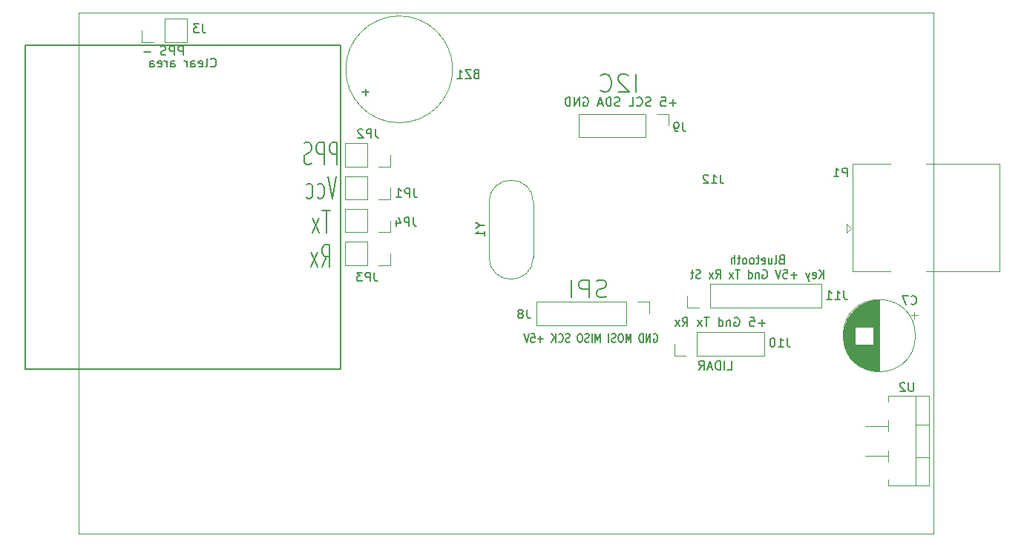
<source format=gbr>
G04 #@! TF.GenerationSoftware,KiCad,Pcbnew,5.1.5*
G04 #@! TF.CreationDate,2020-01-17T21:00:46+03:00*
G04 #@! TF.ProjectId,chrono,6368726f-6e6f-42e6-9b69-6361645f7063,rev?*
G04 #@! TF.SameCoordinates,Original*
G04 #@! TF.FileFunction,Legend,Bot*
G04 #@! TF.FilePolarity,Positive*
%FSLAX46Y46*%
G04 Gerber Fmt 4.6, Leading zero omitted, Abs format (unit mm)*
G04 Created by KiCad (PCBNEW 5.1.5) date 2020-01-17 21:00:46*
%MOMM*%
%LPD*%
G04 APERTURE LIST*
%ADD10C,0.150000*%
%ADD11C,0.050000*%
%ADD12C,0.120000*%
G04 APERTURE END LIST*
D10*
X103973142Y-114752380D02*
X104449333Y-114752380D01*
X104449333Y-113752380D01*
X103639809Y-114752380D02*
X103639809Y-113752380D01*
X103163619Y-114752380D02*
X103163619Y-113752380D01*
X102925523Y-113752380D01*
X102782666Y-113800000D01*
X102687428Y-113895238D01*
X102639809Y-113990476D01*
X102592190Y-114180952D01*
X102592190Y-114323809D01*
X102639809Y-114514285D01*
X102687428Y-114609523D01*
X102782666Y-114704761D01*
X102925523Y-114752380D01*
X103163619Y-114752380D01*
X102211238Y-114466666D02*
X101735047Y-114466666D01*
X102306476Y-114752380D02*
X101973142Y-113752380D01*
X101639809Y-114752380D01*
X100735047Y-114752380D02*
X101068380Y-114276190D01*
X101306476Y-114752380D02*
X101306476Y-113752380D01*
X100925523Y-113752380D01*
X100830285Y-113800000D01*
X100782666Y-113847619D01*
X100735047Y-113942857D01*
X100735047Y-114085714D01*
X100782666Y-114180952D01*
X100830285Y-114228571D01*
X100925523Y-114276190D01*
X101306476Y-114276190D01*
X108282738Y-109418428D02*
X107520833Y-109418428D01*
X107901785Y-109799380D02*
X107901785Y-109037476D01*
X106568452Y-108799380D02*
X107044642Y-108799380D01*
X107092261Y-109275571D01*
X107044642Y-109227952D01*
X106949404Y-109180333D01*
X106711309Y-109180333D01*
X106616071Y-109227952D01*
X106568452Y-109275571D01*
X106520833Y-109370809D01*
X106520833Y-109608904D01*
X106568452Y-109704142D01*
X106616071Y-109751761D01*
X106711309Y-109799380D01*
X106949404Y-109799380D01*
X107044642Y-109751761D01*
X107092261Y-109704142D01*
X104806547Y-108847000D02*
X104901785Y-108799380D01*
X105044642Y-108799380D01*
X105187500Y-108847000D01*
X105282738Y-108942238D01*
X105330357Y-109037476D01*
X105377976Y-109227952D01*
X105377976Y-109370809D01*
X105330357Y-109561285D01*
X105282738Y-109656523D01*
X105187500Y-109751761D01*
X105044642Y-109799380D01*
X104949404Y-109799380D01*
X104806547Y-109751761D01*
X104758928Y-109704142D01*
X104758928Y-109370809D01*
X104949404Y-109370809D01*
X104330357Y-109132714D02*
X104330357Y-109799380D01*
X104330357Y-109227952D02*
X104282738Y-109180333D01*
X104187500Y-109132714D01*
X104044642Y-109132714D01*
X103949404Y-109180333D01*
X103901785Y-109275571D01*
X103901785Y-109799380D01*
X102997023Y-109799380D02*
X102997023Y-108799380D01*
X102997023Y-109751761D02*
X103092261Y-109799380D01*
X103282738Y-109799380D01*
X103377976Y-109751761D01*
X103425595Y-109704142D01*
X103473214Y-109608904D01*
X103473214Y-109323190D01*
X103425595Y-109227952D01*
X103377976Y-109180333D01*
X103282738Y-109132714D01*
X103092261Y-109132714D01*
X102997023Y-109180333D01*
X101901785Y-108799380D02*
X101330357Y-108799380D01*
X101616071Y-109799380D02*
X101616071Y-108799380D01*
X101092261Y-109799380D02*
X100568452Y-109132714D01*
X101092261Y-109132714D02*
X100568452Y-109799380D01*
X98854166Y-109799380D02*
X99187500Y-109323190D01*
X99425595Y-109799380D02*
X99425595Y-108799380D01*
X99044642Y-108799380D01*
X98949404Y-108847000D01*
X98901785Y-108894619D01*
X98854166Y-108989857D01*
X98854166Y-109132714D01*
X98901785Y-109227952D01*
X98949404Y-109275571D01*
X99044642Y-109323190D01*
X99425595Y-109323190D01*
X98520833Y-109799380D02*
X97997023Y-109132714D01*
X98520833Y-109132714D02*
X97997023Y-109799380D01*
X59451642Y-91292952D02*
X59451642Y-88792952D01*
X58880214Y-88792952D01*
X58737357Y-88912000D01*
X58665928Y-89031047D01*
X58594500Y-89269142D01*
X58594500Y-89626285D01*
X58665928Y-89864380D01*
X58737357Y-89983428D01*
X58880214Y-90102476D01*
X59451642Y-90102476D01*
X57951642Y-91292952D02*
X57951642Y-88792952D01*
X57380214Y-88792952D01*
X57237357Y-88912000D01*
X57165928Y-89031047D01*
X57094500Y-89269142D01*
X57094500Y-89626285D01*
X57165928Y-89864380D01*
X57237357Y-89983428D01*
X57380214Y-90102476D01*
X57951642Y-90102476D01*
X56523071Y-91173904D02*
X56308785Y-91292952D01*
X55951642Y-91292952D01*
X55808785Y-91173904D01*
X55737357Y-91054857D01*
X55665928Y-90816761D01*
X55665928Y-90578666D01*
X55737357Y-90340571D01*
X55808785Y-90221523D01*
X55951642Y-90102476D01*
X56237357Y-89983428D01*
X56380214Y-89864380D01*
X56451642Y-89745333D01*
X56523071Y-89507238D01*
X56523071Y-89269142D01*
X56451642Y-89031047D01*
X56380214Y-88912000D01*
X56237357Y-88792952D01*
X55880214Y-88792952D01*
X55665928Y-88912000D01*
X59380214Y-92692952D02*
X58880214Y-95192952D01*
X58380214Y-92692952D01*
X57237357Y-95073904D02*
X57380214Y-95192952D01*
X57665928Y-95192952D01*
X57808785Y-95073904D01*
X57880214Y-94954857D01*
X57951642Y-94716761D01*
X57951642Y-94002476D01*
X57880214Y-93764380D01*
X57808785Y-93645333D01*
X57665928Y-93526285D01*
X57380214Y-93526285D01*
X57237357Y-93645333D01*
X55951642Y-95073904D02*
X56094500Y-95192952D01*
X56380214Y-95192952D01*
X56523071Y-95073904D01*
X56594500Y-94954857D01*
X56665928Y-94716761D01*
X56665928Y-94002476D01*
X56594500Y-93764380D01*
X56523071Y-93645333D01*
X56380214Y-93526285D01*
X56094500Y-93526285D01*
X55951642Y-93645333D01*
X58630214Y-96592952D02*
X57773071Y-96592952D01*
X58201642Y-99092952D02*
X58201642Y-96592952D01*
X57415928Y-99092952D02*
X56630214Y-97426285D01*
X57415928Y-97426285D02*
X56630214Y-99092952D01*
X57737357Y-102992952D02*
X58237357Y-101802476D01*
X58594500Y-102992952D02*
X58594500Y-100492952D01*
X58023071Y-100492952D01*
X57880214Y-100612000D01*
X57808785Y-100731047D01*
X57737357Y-100969142D01*
X57737357Y-101326285D01*
X57808785Y-101564380D01*
X57880214Y-101683428D01*
X58023071Y-101802476D01*
X58594500Y-101802476D01*
X57237357Y-102992952D02*
X56451642Y-101326285D01*
X57237357Y-101326285D02*
X56451642Y-102992952D01*
X110142000Y-102164071D02*
X110013428Y-102211690D01*
X109970571Y-102259309D01*
X109927714Y-102354547D01*
X109927714Y-102497404D01*
X109970571Y-102592642D01*
X110013428Y-102640261D01*
X110099142Y-102687880D01*
X110442000Y-102687880D01*
X110442000Y-101687880D01*
X110142000Y-101687880D01*
X110056285Y-101735500D01*
X110013428Y-101783119D01*
X109970571Y-101878357D01*
X109970571Y-101973595D01*
X110013428Y-102068833D01*
X110056285Y-102116452D01*
X110142000Y-102164071D01*
X110442000Y-102164071D01*
X109413428Y-102687880D02*
X109499142Y-102640261D01*
X109542000Y-102545023D01*
X109542000Y-101687880D01*
X108684857Y-102021214D02*
X108684857Y-102687880D01*
X109070571Y-102021214D02*
X109070571Y-102545023D01*
X109027714Y-102640261D01*
X108942000Y-102687880D01*
X108813428Y-102687880D01*
X108727714Y-102640261D01*
X108684857Y-102592642D01*
X107913428Y-102640261D02*
X107999142Y-102687880D01*
X108170571Y-102687880D01*
X108256285Y-102640261D01*
X108299142Y-102545023D01*
X108299142Y-102164071D01*
X108256285Y-102068833D01*
X108170571Y-102021214D01*
X107999142Y-102021214D01*
X107913428Y-102068833D01*
X107870571Y-102164071D01*
X107870571Y-102259309D01*
X108299142Y-102354547D01*
X107613428Y-102021214D02*
X107270571Y-102021214D01*
X107484857Y-101687880D02*
X107484857Y-102545023D01*
X107442000Y-102640261D01*
X107356285Y-102687880D01*
X107270571Y-102687880D01*
X106842000Y-102687880D02*
X106927714Y-102640261D01*
X106970571Y-102592642D01*
X107013428Y-102497404D01*
X107013428Y-102211690D01*
X106970571Y-102116452D01*
X106927714Y-102068833D01*
X106842000Y-102021214D01*
X106713428Y-102021214D01*
X106627714Y-102068833D01*
X106584857Y-102116452D01*
X106542000Y-102211690D01*
X106542000Y-102497404D01*
X106584857Y-102592642D01*
X106627714Y-102640261D01*
X106713428Y-102687880D01*
X106842000Y-102687880D01*
X106027714Y-102687880D02*
X106113428Y-102640261D01*
X106156285Y-102592642D01*
X106199142Y-102497404D01*
X106199142Y-102211690D01*
X106156285Y-102116452D01*
X106113428Y-102068833D01*
X106027714Y-102021214D01*
X105899142Y-102021214D01*
X105813428Y-102068833D01*
X105770571Y-102116452D01*
X105727714Y-102211690D01*
X105727714Y-102497404D01*
X105770571Y-102592642D01*
X105813428Y-102640261D01*
X105899142Y-102687880D01*
X106027714Y-102687880D01*
X105470571Y-102021214D02*
X105127714Y-102021214D01*
X105342000Y-101687880D02*
X105342000Y-102545023D01*
X105299142Y-102640261D01*
X105213428Y-102687880D01*
X105127714Y-102687880D01*
X104827714Y-102687880D02*
X104827714Y-101687880D01*
X104442000Y-102687880D02*
X104442000Y-102164071D01*
X104484857Y-102068833D01*
X104570571Y-102021214D01*
X104699142Y-102021214D01*
X104784857Y-102068833D01*
X104827714Y-102116452D01*
X114963428Y-104337880D02*
X114963428Y-103337880D01*
X114449142Y-104337880D02*
X114834857Y-103766452D01*
X114449142Y-103337880D02*
X114963428Y-103909309D01*
X113720571Y-104290261D02*
X113806285Y-104337880D01*
X113977714Y-104337880D01*
X114063428Y-104290261D01*
X114106285Y-104195023D01*
X114106285Y-103814071D01*
X114063428Y-103718833D01*
X113977714Y-103671214D01*
X113806285Y-103671214D01*
X113720571Y-103718833D01*
X113677714Y-103814071D01*
X113677714Y-103909309D01*
X114106285Y-104004547D01*
X113377714Y-103671214D02*
X113163428Y-104337880D01*
X112949142Y-103671214D02*
X113163428Y-104337880D01*
X113249142Y-104575976D01*
X113292000Y-104623595D01*
X113377714Y-104671214D01*
X111920571Y-103956928D02*
X111234857Y-103956928D01*
X111577714Y-104337880D02*
X111577714Y-103575976D01*
X110377714Y-103337880D02*
X110806285Y-103337880D01*
X110849142Y-103814071D01*
X110806285Y-103766452D01*
X110720571Y-103718833D01*
X110506285Y-103718833D01*
X110420571Y-103766452D01*
X110377714Y-103814071D01*
X110334857Y-103909309D01*
X110334857Y-104147404D01*
X110377714Y-104242642D01*
X110420571Y-104290261D01*
X110506285Y-104337880D01*
X110720571Y-104337880D01*
X110806285Y-104290261D01*
X110849142Y-104242642D01*
X110077714Y-103337880D02*
X109777714Y-104337880D01*
X109477714Y-103337880D01*
X108020571Y-103385500D02*
X108106285Y-103337880D01*
X108234857Y-103337880D01*
X108363428Y-103385500D01*
X108449142Y-103480738D01*
X108492000Y-103575976D01*
X108534857Y-103766452D01*
X108534857Y-103909309D01*
X108492000Y-104099785D01*
X108449142Y-104195023D01*
X108363428Y-104290261D01*
X108234857Y-104337880D01*
X108149142Y-104337880D01*
X108020571Y-104290261D01*
X107977714Y-104242642D01*
X107977714Y-103909309D01*
X108149142Y-103909309D01*
X107592000Y-103671214D02*
X107592000Y-104337880D01*
X107592000Y-103766452D02*
X107549142Y-103718833D01*
X107463428Y-103671214D01*
X107334857Y-103671214D01*
X107249142Y-103718833D01*
X107206285Y-103814071D01*
X107206285Y-104337880D01*
X106392000Y-104337880D02*
X106392000Y-103337880D01*
X106392000Y-104290261D02*
X106477714Y-104337880D01*
X106649142Y-104337880D01*
X106734857Y-104290261D01*
X106777714Y-104242642D01*
X106820571Y-104147404D01*
X106820571Y-103861690D01*
X106777714Y-103766452D01*
X106734857Y-103718833D01*
X106649142Y-103671214D01*
X106477714Y-103671214D01*
X106392000Y-103718833D01*
X105406285Y-103337880D02*
X104892000Y-103337880D01*
X105149142Y-104337880D02*
X105149142Y-103337880D01*
X104677714Y-104337880D02*
X104206285Y-103671214D01*
X104677714Y-103671214D02*
X104206285Y-104337880D01*
X102663428Y-104337880D02*
X102963428Y-103861690D01*
X103177714Y-104337880D02*
X103177714Y-103337880D01*
X102834857Y-103337880D01*
X102749142Y-103385500D01*
X102706285Y-103433119D01*
X102663428Y-103528357D01*
X102663428Y-103671214D01*
X102706285Y-103766452D01*
X102749142Y-103814071D01*
X102834857Y-103861690D01*
X103177714Y-103861690D01*
X102363428Y-104337880D02*
X101892000Y-103671214D01*
X102363428Y-103671214D02*
X101892000Y-104337880D01*
X100906285Y-104290261D02*
X100777714Y-104337880D01*
X100563428Y-104337880D01*
X100477714Y-104290261D01*
X100434857Y-104242642D01*
X100392000Y-104147404D01*
X100392000Y-104052166D01*
X100434857Y-103956928D01*
X100477714Y-103909309D01*
X100563428Y-103861690D01*
X100734857Y-103814071D01*
X100820571Y-103766452D01*
X100863428Y-103718833D01*
X100906285Y-103623595D01*
X100906285Y-103528357D01*
X100863428Y-103433119D01*
X100820571Y-103385500D01*
X100734857Y-103337880D01*
X100520571Y-103337880D01*
X100392000Y-103385500D01*
X100134857Y-103671214D02*
X99792000Y-103671214D01*
X100006285Y-103337880D02*
X100006285Y-104195023D01*
X99963428Y-104290261D01*
X99877714Y-104337880D01*
X99792000Y-104337880D01*
X41862095Y-78811380D02*
X41862095Y-77811380D01*
X41481142Y-77811380D01*
X41385904Y-77859000D01*
X41338285Y-77906619D01*
X41290666Y-78001857D01*
X41290666Y-78144714D01*
X41338285Y-78239952D01*
X41385904Y-78287571D01*
X41481142Y-78335190D01*
X41862095Y-78335190D01*
X40862095Y-78811380D02*
X40862095Y-77811380D01*
X40481142Y-77811380D01*
X40385904Y-77859000D01*
X40338285Y-77906619D01*
X40290666Y-78001857D01*
X40290666Y-78144714D01*
X40338285Y-78239952D01*
X40385904Y-78287571D01*
X40481142Y-78335190D01*
X40862095Y-78335190D01*
X39909714Y-78763761D02*
X39766857Y-78811380D01*
X39528761Y-78811380D01*
X39433523Y-78763761D01*
X39385904Y-78716142D01*
X39338285Y-78620904D01*
X39338285Y-78525666D01*
X39385904Y-78430428D01*
X39433523Y-78382809D01*
X39528761Y-78335190D01*
X39719238Y-78287571D01*
X39814476Y-78239952D01*
X39862095Y-78192333D01*
X39909714Y-78097095D01*
X39909714Y-78001857D01*
X39862095Y-77906619D01*
X39814476Y-77859000D01*
X39719238Y-77811380D01*
X39481142Y-77811380D01*
X39338285Y-77859000D01*
X38147809Y-78430428D02*
X37385904Y-78430428D01*
D11*
X30000000Y-74000000D02*
X30000000Y-133500000D01*
X127500000Y-133500000D02*
X30000000Y-133500000D01*
X127500000Y-74000000D02*
X127500000Y-133500000D01*
X30000000Y-74000000D02*
X127500000Y-74000000D01*
D10*
X98130523Y-84272428D02*
X97368619Y-84272428D01*
X97749571Y-84653380D02*
X97749571Y-83891476D01*
X96416238Y-83653380D02*
X96892428Y-83653380D01*
X96940047Y-84129571D01*
X96892428Y-84081952D01*
X96797190Y-84034333D01*
X96559095Y-84034333D01*
X96463857Y-84081952D01*
X96416238Y-84129571D01*
X96368619Y-84224809D01*
X96368619Y-84462904D01*
X96416238Y-84558142D01*
X96463857Y-84605761D01*
X96559095Y-84653380D01*
X96797190Y-84653380D01*
X96892428Y-84605761D01*
X96940047Y-84558142D01*
X95225761Y-84605761D02*
X95082904Y-84653380D01*
X94844809Y-84653380D01*
X94749571Y-84605761D01*
X94701952Y-84558142D01*
X94654333Y-84462904D01*
X94654333Y-84367666D01*
X94701952Y-84272428D01*
X94749571Y-84224809D01*
X94844809Y-84177190D01*
X95035285Y-84129571D01*
X95130523Y-84081952D01*
X95178142Y-84034333D01*
X95225761Y-83939095D01*
X95225761Y-83843857D01*
X95178142Y-83748619D01*
X95130523Y-83701000D01*
X95035285Y-83653380D01*
X94797190Y-83653380D01*
X94654333Y-83701000D01*
X93654333Y-84558142D02*
X93701952Y-84605761D01*
X93844809Y-84653380D01*
X93940047Y-84653380D01*
X94082904Y-84605761D01*
X94178142Y-84510523D01*
X94225761Y-84415285D01*
X94273380Y-84224809D01*
X94273380Y-84081952D01*
X94225761Y-83891476D01*
X94178142Y-83796238D01*
X94082904Y-83701000D01*
X93940047Y-83653380D01*
X93844809Y-83653380D01*
X93701952Y-83701000D01*
X93654333Y-83748619D01*
X92749571Y-84653380D02*
X93225761Y-84653380D01*
X93225761Y-83653380D01*
X91701952Y-84605761D02*
X91559095Y-84653380D01*
X91321000Y-84653380D01*
X91225761Y-84605761D01*
X91178142Y-84558142D01*
X91130523Y-84462904D01*
X91130523Y-84367666D01*
X91178142Y-84272428D01*
X91225761Y-84224809D01*
X91321000Y-84177190D01*
X91511476Y-84129571D01*
X91606714Y-84081952D01*
X91654333Y-84034333D01*
X91701952Y-83939095D01*
X91701952Y-83843857D01*
X91654333Y-83748619D01*
X91606714Y-83701000D01*
X91511476Y-83653380D01*
X91273380Y-83653380D01*
X91130523Y-83701000D01*
X90701952Y-84653380D02*
X90701952Y-83653380D01*
X90463857Y-83653380D01*
X90321000Y-83701000D01*
X90225761Y-83796238D01*
X90178142Y-83891476D01*
X90130523Y-84081952D01*
X90130523Y-84224809D01*
X90178142Y-84415285D01*
X90225761Y-84510523D01*
X90321000Y-84605761D01*
X90463857Y-84653380D01*
X90701952Y-84653380D01*
X89749571Y-84367666D02*
X89273380Y-84367666D01*
X89844809Y-84653380D02*
X89511476Y-83653380D01*
X89178142Y-84653380D01*
X87559095Y-83701000D02*
X87654333Y-83653380D01*
X87797190Y-83653380D01*
X87940047Y-83701000D01*
X88035285Y-83796238D01*
X88082904Y-83891476D01*
X88130523Y-84081952D01*
X88130523Y-84224809D01*
X88082904Y-84415285D01*
X88035285Y-84510523D01*
X87940047Y-84605761D01*
X87797190Y-84653380D01*
X87701952Y-84653380D01*
X87559095Y-84605761D01*
X87511476Y-84558142D01*
X87511476Y-84224809D01*
X87701952Y-84224809D01*
X87082904Y-84653380D02*
X87082904Y-83653380D01*
X86511476Y-84653380D01*
X86511476Y-83653380D01*
X86035285Y-84653380D02*
X86035285Y-83653380D01*
X85797190Y-83653380D01*
X85654333Y-83701000D01*
X85559095Y-83796238D01*
X85511476Y-83891476D01*
X85463857Y-84081952D01*
X85463857Y-84224809D01*
X85511476Y-84415285D01*
X85559095Y-84510523D01*
X85654333Y-84605761D01*
X85797190Y-84653380D01*
X86035285Y-84653380D01*
X95579309Y-110688500D02*
X95655500Y-110640880D01*
X95769785Y-110640880D01*
X95884071Y-110688500D01*
X95960261Y-110783738D01*
X95998357Y-110878976D01*
X96036452Y-111069452D01*
X96036452Y-111212309D01*
X95998357Y-111402785D01*
X95960261Y-111498023D01*
X95884071Y-111593261D01*
X95769785Y-111640880D01*
X95693595Y-111640880D01*
X95579309Y-111593261D01*
X95541214Y-111545642D01*
X95541214Y-111212309D01*
X95693595Y-111212309D01*
X95198357Y-111640880D02*
X95198357Y-110640880D01*
X94741214Y-111640880D01*
X94741214Y-110640880D01*
X94360261Y-111640880D02*
X94360261Y-110640880D01*
X94169785Y-110640880D01*
X94055500Y-110688500D01*
X93979309Y-110783738D01*
X93941214Y-110878976D01*
X93903119Y-111069452D01*
X93903119Y-111212309D01*
X93941214Y-111402785D01*
X93979309Y-111498023D01*
X94055500Y-111593261D01*
X94169785Y-111640880D01*
X94360261Y-111640880D01*
X92950738Y-111640880D02*
X92950738Y-110640880D01*
X92684071Y-111355166D01*
X92417404Y-110640880D01*
X92417404Y-111640880D01*
X91884071Y-110640880D02*
X91731690Y-110640880D01*
X91655500Y-110688500D01*
X91579309Y-110783738D01*
X91541214Y-110974214D01*
X91541214Y-111307547D01*
X91579309Y-111498023D01*
X91655500Y-111593261D01*
X91731690Y-111640880D01*
X91884071Y-111640880D01*
X91960261Y-111593261D01*
X92036452Y-111498023D01*
X92074547Y-111307547D01*
X92074547Y-110974214D01*
X92036452Y-110783738D01*
X91960261Y-110688500D01*
X91884071Y-110640880D01*
X91236452Y-111593261D02*
X91122166Y-111640880D01*
X90931690Y-111640880D01*
X90855500Y-111593261D01*
X90817404Y-111545642D01*
X90779309Y-111450404D01*
X90779309Y-111355166D01*
X90817404Y-111259928D01*
X90855500Y-111212309D01*
X90931690Y-111164690D01*
X91084071Y-111117071D01*
X91160261Y-111069452D01*
X91198357Y-111021833D01*
X91236452Y-110926595D01*
X91236452Y-110831357D01*
X91198357Y-110736119D01*
X91160261Y-110688500D01*
X91084071Y-110640880D01*
X90893595Y-110640880D01*
X90779309Y-110688500D01*
X90436452Y-111640880D02*
X90436452Y-110640880D01*
X89445976Y-111640880D02*
X89445976Y-110640880D01*
X89179309Y-111355166D01*
X88912642Y-110640880D01*
X88912642Y-111640880D01*
X88531690Y-111640880D02*
X88531690Y-110640880D01*
X88188833Y-111593261D02*
X88074547Y-111640880D01*
X87884071Y-111640880D01*
X87807880Y-111593261D01*
X87769785Y-111545642D01*
X87731690Y-111450404D01*
X87731690Y-111355166D01*
X87769785Y-111259928D01*
X87807880Y-111212309D01*
X87884071Y-111164690D01*
X88036452Y-111117071D01*
X88112642Y-111069452D01*
X88150738Y-111021833D01*
X88188833Y-110926595D01*
X88188833Y-110831357D01*
X88150738Y-110736119D01*
X88112642Y-110688500D01*
X88036452Y-110640880D01*
X87845976Y-110640880D01*
X87731690Y-110688500D01*
X87236452Y-110640880D02*
X87084071Y-110640880D01*
X87007880Y-110688500D01*
X86931690Y-110783738D01*
X86893595Y-110974214D01*
X86893595Y-111307547D01*
X86931690Y-111498023D01*
X87007880Y-111593261D01*
X87084071Y-111640880D01*
X87236452Y-111640880D01*
X87312642Y-111593261D01*
X87388833Y-111498023D01*
X87426928Y-111307547D01*
X87426928Y-110974214D01*
X87388833Y-110783738D01*
X87312642Y-110688500D01*
X87236452Y-110640880D01*
X85979309Y-111593261D02*
X85865023Y-111640880D01*
X85674547Y-111640880D01*
X85598357Y-111593261D01*
X85560261Y-111545642D01*
X85522166Y-111450404D01*
X85522166Y-111355166D01*
X85560261Y-111259928D01*
X85598357Y-111212309D01*
X85674547Y-111164690D01*
X85826928Y-111117071D01*
X85903119Y-111069452D01*
X85941214Y-111021833D01*
X85979309Y-110926595D01*
X85979309Y-110831357D01*
X85941214Y-110736119D01*
X85903119Y-110688500D01*
X85826928Y-110640880D01*
X85636452Y-110640880D01*
X85522166Y-110688500D01*
X84722166Y-111545642D02*
X84760261Y-111593261D01*
X84874547Y-111640880D01*
X84950738Y-111640880D01*
X85065023Y-111593261D01*
X85141214Y-111498023D01*
X85179309Y-111402785D01*
X85217404Y-111212309D01*
X85217404Y-111069452D01*
X85179309Y-110878976D01*
X85141214Y-110783738D01*
X85065023Y-110688500D01*
X84950738Y-110640880D01*
X84874547Y-110640880D01*
X84760261Y-110688500D01*
X84722166Y-110736119D01*
X84379309Y-111640880D02*
X84379309Y-110640880D01*
X83922166Y-111640880D02*
X84265023Y-111069452D01*
X83922166Y-110640880D02*
X84379309Y-111212309D01*
X82969785Y-111259928D02*
X82360261Y-111259928D01*
X82665023Y-111640880D02*
X82665023Y-110878976D01*
X81598357Y-110640880D02*
X81979309Y-110640880D01*
X82017404Y-111117071D01*
X81979309Y-111069452D01*
X81903119Y-111021833D01*
X81712642Y-111021833D01*
X81636452Y-111069452D01*
X81598357Y-111117071D01*
X81560261Y-111212309D01*
X81560261Y-111450404D01*
X81598357Y-111545642D01*
X81636452Y-111593261D01*
X81712642Y-111640880D01*
X81903119Y-111640880D01*
X81979309Y-111593261D01*
X82017404Y-111545642D01*
X81331690Y-110640880D02*
X81065023Y-111640880D01*
X80798357Y-110640880D01*
X93519380Y-83010261D02*
X93519380Y-81010261D01*
X92662238Y-81200738D02*
X92567000Y-81105500D01*
X92376523Y-81010261D01*
X91900333Y-81010261D01*
X91709857Y-81105500D01*
X91614619Y-81200738D01*
X91519380Y-81391214D01*
X91519380Y-81581690D01*
X91614619Y-81867404D01*
X92757476Y-83010261D01*
X91519380Y-83010261D01*
X89519380Y-82819785D02*
X89614619Y-82915023D01*
X89900333Y-83010261D01*
X90090809Y-83010261D01*
X90376523Y-82915023D01*
X90567000Y-82724547D01*
X90662238Y-82534071D01*
X90757476Y-82153119D01*
X90757476Y-81867404D01*
X90662238Y-81486452D01*
X90567000Y-81295976D01*
X90376523Y-81105500D01*
X90090809Y-81010261D01*
X89900333Y-81010261D01*
X89614619Y-81105500D01*
X89519380Y-81200738D01*
X90185619Y-106410023D02*
X89899904Y-106505261D01*
X89423714Y-106505261D01*
X89233238Y-106410023D01*
X89138000Y-106314785D01*
X89042761Y-106124309D01*
X89042761Y-105933833D01*
X89138000Y-105743357D01*
X89233238Y-105648119D01*
X89423714Y-105552880D01*
X89804666Y-105457642D01*
X89995142Y-105362404D01*
X90090380Y-105267166D01*
X90185619Y-105076690D01*
X90185619Y-104886214D01*
X90090380Y-104695738D01*
X89995142Y-104600500D01*
X89804666Y-104505261D01*
X89328476Y-104505261D01*
X89042761Y-104600500D01*
X88185619Y-106505261D02*
X88185619Y-104505261D01*
X87423714Y-104505261D01*
X87233238Y-104600500D01*
X87138000Y-104695738D01*
X87042761Y-104886214D01*
X87042761Y-105171928D01*
X87138000Y-105362404D01*
X87233238Y-105457642D01*
X87423714Y-105552880D01*
X88185619Y-105552880D01*
X86185619Y-106505261D02*
X86185619Y-104505261D01*
X59846500Y-77727000D02*
X23846500Y-77727000D01*
X59846500Y-114727000D02*
X59846500Y-77727000D01*
X23846500Y-114727000D02*
X59846500Y-114727000D01*
X23846500Y-77727000D02*
X23846500Y-114727000D01*
D12*
X65528500Y-95310000D02*
X65528500Y-93980000D01*
X64198500Y-95310000D02*
X65528500Y-95310000D01*
X62928500Y-95310000D02*
X62928500Y-92650000D01*
X62928500Y-92650000D02*
X60328500Y-92650000D01*
X62928500Y-95310000D02*
X60328500Y-95310000D01*
X60328500Y-95310000D02*
X60328500Y-92650000D01*
X60328500Y-91563500D02*
X60328500Y-88903500D01*
X62928500Y-91563500D02*
X60328500Y-91563500D01*
X62928500Y-88903500D02*
X60328500Y-88903500D01*
X62928500Y-91563500D02*
X62928500Y-88903500D01*
X64198500Y-91563500D02*
X65528500Y-91563500D01*
X65528500Y-91563500D02*
X65528500Y-90233500D01*
X65528500Y-102803000D02*
X65528500Y-101473000D01*
X64198500Y-102803000D02*
X65528500Y-102803000D01*
X62928500Y-102803000D02*
X62928500Y-100143000D01*
X62928500Y-100143000D02*
X60328500Y-100143000D01*
X62928500Y-102803000D02*
X60328500Y-102803000D01*
X60328500Y-102803000D02*
X60328500Y-100143000D01*
X60328500Y-99056500D02*
X60328500Y-96396500D01*
X62928500Y-99056500D02*
X60328500Y-99056500D01*
X62928500Y-96396500D02*
X60328500Y-96396500D01*
X62928500Y-99056500D02*
X62928500Y-96396500D01*
X64198500Y-99056500D02*
X65528500Y-99056500D01*
X65528500Y-99056500D02*
X65528500Y-97726500D01*
X100520500Y-110493500D02*
X100520500Y-113153500D01*
X100520500Y-110493500D02*
X108200500Y-110493500D01*
X108200500Y-110493500D02*
X108200500Y-113153500D01*
X100520500Y-113153500D02*
X108200500Y-113153500D01*
X97920500Y-113153500D02*
X99250500Y-113153500D01*
X97920500Y-111823500D02*
X97920500Y-113153500D01*
X122548000Y-103525500D02*
X118288000Y-103525500D01*
X118288000Y-103525500D02*
X118288000Y-91205500D01*
X118288000Y-91205500D02*
X122548000Y-91205500D01*
X126648000Y-103525500D02*
X135008000Y-103525500D01*
X135008000Y-103525500D02*
X135008000Y-91205500D01*
X135008000Y-91205500D02*
X126648000Y-91205500D01*
X118068000Y-98615500D02*
X117568000Y-99115500D01*
X117568000Y-99115500D02*
X117568000Y-98115500D01*
X117568000Y-98115500D02*
X118068000Y-98615500D01*
X126984500Y-128022500D02*
X126984500Y-117781500D01*
X122343500Y-128022500D02*
X122343500Y-127351500D01*
X122343500Y-125251500D02*
X122343500Y-123966500D01*
X122343500Y-121836500D02*
X122343500Y-120566500D01*
X122343500Y-118436500D02*
X122343500Y-117781500D01*
X126984500Y-128022500D02*
X122343500Y-128022500D01*
X126984500Y-117781500D02*
X122343500Y-117781500D01*
X125475500Y-128022500D02*
X125475500Y-117781500D01*
X126984500Y-124751500D02*
X125475500Y-124751500D01*
X126984500Y-121051500D02*
X125475500Y-121051500D01*
X122343500Y-124601500D02*
X119729500Y-124601500D01*
X122343500Y-121201500D02*
X119729500Y-121201500D01*
X76786500Y-95644500D02*
X76786500Y-101894500D01*
X81836500Y-95644500D02*
X81836500Y-101894500D01*
X81836500Y-95644500D02*
G75*
G03X76786500Y-95644500I-2525000J0D01*
G01*
X81836500Y-101894500D02*
G75*
G02X76786500Y-101894500I-2525000J0D01*
G01*
X92456000Y-109661000D02*
X92456000Y-107001000D01*
X92456000Y-109661000D02*
X82236000Y-109661000D01*
X82236000Y-109661000D02*
X82236000Y-107001000D01*
X92456000Y-107001000D02*
X82236000Y-107001000D01*
X95056000Y-107001000D02*
X93726000Y-107001000D01*
X95056000Y-108331000D02*
X95056000Y-107001000D01*
X94678500Y-88198000D02*
X94678500Y-85538000D01*
X94678500Y-88198000D02*
X86998500Y-88198000D01*
X86998500Y-88198000D02*
X86998500Y-85538000D01*
X94678500Y-85538000D02*
X86998500Y-85538000D01*
X97278500Y-85538000D02*
X95948500Y-85538000D01*
X97278500Y-86868000D02*
X97278500Y-85538000D01*
X72638000Y-80454500D02*
G75*
G03X72638000Y-80454500I-6100000J0D01*
G01*
X125433000Y-110871000D02*
G75*
G03X125433000Y-110871000I-4120000J0D01*
G01*
X121313000Y-106791000D02*
X121313000Y-114951000D01*
X121273000Y-106791000D02*
X121273000Y-114951000D01*
X121233000Y-106791000D02*
X121233000Y-114951000D01*
X121193000Y-106792000D02*
X121193000Y-114950000D01*
X121153000Y-106794000D02*
X121153000Y-114948000D01*
X121113000Y-106795000D02*
X121113000Y-114947000D01*
X121073000Y-106797000D02*
X121073000Y-114945000D01*
X121033000Y-106800000D02*
X121033000Y-114942000D01*
X120993000Y-106803000D02*
X120993000Y-114939000D01*
X120953000Y-106806000D02*
X120953000Y-114936000D01*
X120913000Y-106810000D02*
X120913000Y-114932000D01*
X120873000Y-106814000D02*
X120873000Y-114928000D01*
X120833000Y-106819000D02*
X120833000Y-114923000D01*
X120793000Y-106823000D02*
X120793000Y-114919000D01*
X120753000Y-106829000D02*
X120753000Y-114913000D01*
X120713000Y-106834000D02*
X120713000Y-114908000D01*
X120673000Y-106841000D02*
X120673000Y-114901000D01*
X120633000Y-106847000D02*
X120633000Y-114895000D01*
X120592000Y-106854000D02*
X120592000Y-109831000D01*
X120592000Y-111911000D02*
X120592000Y-114888000D01*
X120552000Y-106861000D02*
X120552000Y-109831000D01*
X120552000Y-111911000D02*
X120552000Y-114881000D01*
X120512000Y-106869000D02*
X120512000Y-109831000D01*
X120512000Y-111911000D02*
X120512000Y-114873000D01*
X120472000Y-106877000D02*
X120472000Y-109831000D01*
X120472000Y-111911000D02*
X120472000Y-114865000D01*
X120432000Y-106886000D02*
X120432000Y-109831000D01*
X120432000Y-111911000D02*
X120432000Y-114856000D01*
X120392000Y-106895000D02*
X120392000Y-109831000D01*
X120392000Y-111911000D02*
X120392000Y-114847000D01*
X120352000Y-106904000D02*
X120352000Y-109831000D01*
X120352000Y-111911000D02*
X120352000Y-114838000D01*
X120312000Y-106914000D02*
X120312000Y-109831000D01*
X120312000Y-111911000D02*
X120312000Y-114828000D01*
X120272000Y-106924000D02*
X120272000Y-109831000D01*
X120272000Y-111911000D02*
X120272000Y-114818000D01*
X120232000Y-106935000D02*
X120232000Y-109831000D01*
X120232000Y-111911000D02*
X120232000Y-114807000D01*
X120192000Y-106946000D02*
X120192000Y-109831000D01*
X120192000Y-111911000D02*
X120192000Y-114796000D01*
X120152000Y-106957000D02*
X120152000Y-109831000D01*
X120152000Y-111911000D02*
X120152000Y-114785000D01*
X120112000Y-106969000D02*
X120112000Y-109831000D01*
X120112000Y-111911000D02*
X120112000Y-114773000D01*
X120072000Y-106982000D02*
X120072000Y-109831000D01*
X120072000Y-111911000D02*
X120072000Y-114760000D01*
X120032000Y-106994000D02*
X120032000Y-109831000D01*
X120032000Y-111911000D02*
X120032000Y-114748000D01*
X119992000Y-107008000D02*
X119992000Y-109831000D01*
X119992000Y-111911000D02*
X119992000Y-114734000D01*
X119952000Y-107021000D02*
X119952000Y-109831000D01*
X119952000Y-111911000D02*
X119952000Y-114721000D01*
X119912000Y-107036000D02*
X119912000Y-109831000D01*
X119912000Y-111911000D02*
X119912000Y-114706000D01*
X119872000Y-107050000D02*
X119872000Y-109831000D01*
X119872000Y-111911000D02*
X119872000Y-114692000D01*
X119832000Y-107066000D02*
X119832000Y-109831000D01*
X119832000Y-111911000D02*
X119832000Y-114676000D01*
X119792000Y-107081000D02*
X119792000Y-109831000D01*
X119792000Y-111911000D02*
X119792000Y-114661000D01*
X119752000Y-107097000D02*
X119752000Y-109831000D01*
X119752000Y-111911000D02*
X119752000Y-114645000D01*
X119712000Y-107114000D02*
X119712000Y-109831000D01*
X119712000Y-111911000D02*
X119712000Y-114628000D01*
X119672000Y-107131000D02*
X119672000Y-109831000D01*
X119672000Y-111911000D02*
X119672000Y-114611000D01*
X119632000Y-107149000D02*
X119632000Y-109831000D01*
X119632000Y-111911000D02*
X119632000Y-114593000D01*
X119592000Y-107167000D02*
X119592000Y-109831000D01*
X119592000Y-111911000D02*
X119592000Y-114575000D01*
X119552000Y-107185000D02*
X119552000Y-109831000D01*
X119552000Y-111911000D02*
X119552000Y-114557000D01*
X119512000Y-107205000D02*
X119512000Y-109831000D01*
X119512000Y-111911000D02*
X119512000Y-114537000D01*
X119472000Y-107224000D02*
X119472000Y-109831000D01*
X119472000Y-111911000D02*
X119472000Y-114518000D01*
X119432000Y-107244000D02*
X119432000Y-109831000D01*
X119432000Y-111911000D02*
X119432000Y-114498000D01*
X119392000Y-107265000D02*
X119392000Y-109831000D01*
X119392000Y-111911000D02*
X119392000Y-114477000D01*
X119352000Y-107287000D02*
X119352000Y-109831000D01*
X119352000Y-111911000D02*
X119352000Y-114455000D01*
X119312000Y-107309000D02*
X119312000Y-109831000D01*
X119312000Y-111911000D02*
X119312000Y-114433000D01*
X119272000Y-107331000D02*
X119272000Y-109831000D01*
X119272000Y-111911000D02*
X119272000Y-114411000D01*
X119232000Y-107354000D02*
X119232000Y-109831000D01*
X119232000Y-111911000D02*
X119232000Y-114388000D01*
X119192000Y-107378000D02*
X119192000Y-109831000D01*
X119192000Y-111911000D02*
X119192000Y-114364000D01*
X119152000Y-107402000D02*
X119152000Y-109831000D01*
X119152000Y-111911000D02*
X119152000Y-114340000D01*
X119112000Y-107427000D02*
X119112000Y-109831000D01*
X119112000Y-111911000D02*
X119112000Y-114315000D01*
X119072000Y-107453000D02*
X119072000Y-109831000D01*
X119072000Y-111911000D02*
X119072000Y-114289000D01*
X119032000Y-107479000D02*
X119032000Y-109831000D01*
X119032000Y-111911000D02*
X119032000Y-114263000D01*
X118992000Y-107506000D02*
X118992000Y-109831000D01*
X118992000Y-111911000D02*
X118992000Y-114236000D01*
X118952000Y-107533000D02*
X118952000Y-109831000D01*
X118952000Y-111911000D02*
X118952000Y-114209000D01*
X118912000Y-107562000D02*
X118912000Y-109831000D01*
X118912000Y-111911000D02*
X118912000Y-114180000D01*
X118872000Y-107591000D02*
X118872000Y-109831000D01*
X118872000Y-111911000D02*
X118872000Y-114151000D01*
X118832000Y-107621000D02*
X118832000Y-109831000D01*
X118832000Y-111911000D02*
X118832000Y-114121000D01*
X118792000Y-107651000D02*
X118792000Y-109831000D01*
X118792000Y-111911000D02*
X118792000Y-114091000D01*
X118752000Y-107682000D02*
X118752000Y-109831000D01*
X118752000Y-111911000D02*
X118752000Y-114060000D01*
X118712000Y-107715000D02*
X118712000Y-109831000D01*
X118712000Y-111911000D02*
X118712000Y-114027000D01*
X118672000Y-107747000D02*
X118672000Y-109831000D01*
X118672000Y-111911000D02*
X118672000Y-113995000D01*
X118632000Y-107781000D02*
X118632000Y-109831000D01*
X118632000Y-111911000D02*
X118632000Y-113961000D01*
X118592000Y-107816000D02*
X118592000Y-109831000D01*
X118592000Y-111911000D02*
X118592000Y-113926000D01*
X118552000Y-107852000D02*
X118552000Y-109831000D01*
X118552000Y-111911000D02*
X118552000Y-113890000D01*
X118512000Y-107888000D02*
X118512000Y-113854000D01*
X118472000Y-107926000D02*
X118472000Y-113816000D01*
X118432000Y-107964000D02*
X118432000Y-113778000D01*
X118392000Y-108004000D02*
X118392000Y-113738000D01*
X118352000Y-108045000D02*
X118352000Y-113697000D01*
X118312000Y-108087000D02*
X118312000Y-113655000D01*
X118272000Y-108130000D02*
X118272000Y-113612000D01*
X118232000Y-108174000D02*
X118232000Y-113568000D01*
X118192000Y-108220000D02*
X118192000Y-113522000D01*
X118152000Y-108267000D02*
X118152000Y-113475000D01*
X118112000Y-108315000D02*
X118112000Y-113427000D01*
X118072000Y-108366000D02*
X118072000Y-113376000D01*
X118032000Y-108417000D02*
X118032000Y-113325000D01*
X117992000Y-108471000D02*
X117992000Y-113271000D01*
X117952000Y-108526000D02*
X117952000Y-113216000D01*
X117912000Y-108584000D02*
X117912000Y-113158000D01*
X117872000Y-108643000D02*
X117872000Y-113099000D01*
X117832000Y-108705000D02*
X117832000Y-113037000D01*
X117792000Y-108769000D02*
X117792000Y-112973000D01*
X117752000Y-108837000D02*
X117752000Y-112905000D01*
X117712000Y-108907000D02*
X117712000Y-112835000D01*
X117672000Y-108981000D02*
X117672000Y-112761000D01*
X117632000Y-109058000D02*
X117632000Y-112684000D01*
X117592000Y-109140000D02*
X117592000Y-112602000D01*
X117552000Y-109226000D02*
X117552000Y-112516000D01*
X117512000Y-109319000D02*
X117512000Y-112423000D01*
X117472000Y-109418000D02*
X117472000Y-112324000D01*
X117432000Y-109525000D02*
X117432000Y-112217000D01*
X117392000Y-109642000D02*
X117392000Y-112100000D01*
X117352000Y-109773000D02*
X117352000Y-111969000D01*
X117312000Y-109923000D02*
X117312000Y-111819000D01*
X117272000Y-110103000D02*
X117272000Y-111639000D01*
X117232000Y-110338000D02*
X117232000Y-111404000D01*
X125722698Y-108556000D02*
X124922698Y-108556000D01*
X125322698Y-108156000D02*
X125322698Y-108956000D01*
X39751000Y-74679500D02*
X39751000Y-77339500D01*
X39751000Y-74679500D02*
X42351000Y-74679500D01*
X42351000Y-74679500D02*
X42351000Y-77339500D01*
X39751000Y-77339500D02*
X42351000Y-77339500D01*
X37151000Y-77339500D02*
X38481000Y-77339500D01*
X37151000Y-76009500D02*
X37151000Y-77339500D01*
X101981000Y-104969000D02*
X101981000Y-107629000D01*
X101981000Y-104969000D02*
X114741000Y-104969000D01*
X114741000Y-104969000D02*
X114741000Y-107629000D01*
X101981000Y-107629000D02*
X114741000Y-107629000D01*
X99381000Y-107629000D02*
X100711000Y-107629000D01*
X99381000Y-106299000D02*
X99381000Y-107629000D01*
D10*
X45013166Y-80084142D02*
X45060785Y-80131761D01*
X45203642Y-80179380D01*
X45298880Y-80179380D01*
X45441738Y-80131761D01*
X45536976Y-80036523D01*
X45584595Y-79941285D01*
X45632214Y-79750809D01*
X45632214Y-79607952D01*
X45584595Y-79417476D01*
X45536976Y-79322238D01*
X45441738Y-79227000D01*
X45298880Y-79179380D01*
X45203642Y-79179380D01*
X45060785Y-79227000D01*
X45013166Y-79274619D01*
X44441738Y-80179380D02*
X44536976Y-80131761D01*
X44584595Y-80036523D01*
X44584595Y-79179380D01*
X43679833Y-80131761D02*
X43775071Y-80179380D01*
X43965547Y-80179380D01*
X44060785Y-80131761D01*
X44108404Y-80036523D01*
X44108404Y-79655571D01*
X44060785Y-79560333D01*
X43965547Y-79512714D01*
X43775071Y-79512714D01*
X43679833Y-79560333D01*
X43632214Y-79655571D01*
X43632214Y-79750809D01*
X44108404Y-79846047D01*
X42775071Y-80179380D02*
X42775071Y-79655571D01*
X42822690Y-79560333D01*
X42917928Y-79512714D01*
X43108404Y-79512714D01*
X43203642Y-79560333D01*
X42775071Y-80131761D02*
X42870309Y-80179380D01*
X43108404Y-80179380D01*
X43203642Y-80131761D01*
X43251261Y-80036523D01*
X43251261Y-79941285D01*
X43203642Y-79846047D01*
X43108404Y-79798428D01*
X42870309Y-79798428D01*
X42775071Y-79750809D01*
X42298880Y-80179380D02*
X42298880Y-79512714D01*
X42298880Y-79703190D02*
X42251261Y-79607952D01*
X42203642Y-79560333D01*
X42108404Y-79512714D01*
X42013166Y-79512714D01*
X40489357Y-80179380D02*
X40489357Y-79655571D01*
X40536976Y-79560333D01*
X40632214Y-79512714D01*
X40822690Y-79512714D01*
X40917928Y-79560333D01*
X40489357Y-80131761D02*
X40584595Y-80179380D01*
X40822690Y-80179380D01*
X40917928Y-80131761D01*
X40965547Y-80036523D01*
X40965547Y-79941285D01*
X40917928Y-79846047D01*
X40822690Y-79798428D01*
X40584595Y-79798428D01*
X40489357Y-79750809D01*
X40013166Y-80179380D02*
X40013166Y-79512714D01*
X40013166Y-79703190D02*
X39965547Y-79607952D01*
X39917928Y-79560333D01*
X39822690Y-79512714D01*
X39727452Y-79512714D01*
X39013166Y-80131761D02*
X39108404Y-80179380D01*
X39298880Y-80179380D01*
X39394119Y-80131761D01*
X39441738Y-80036523D01*
X39441738Y-79655571D01*
X39394119Y-79560333D01*
X39298880Y-79512714D01*
X39108404Y-79512714D01*
X39013166Y-79560333D01*
X38965547Y-79655571D01*
X38965547Y-79750809D01*
X39441738Y-79846047D01*
X38108404Y-80179380D02*
X38108404Y-79655571D01*
X38156023Y-79560333D01*
X38251261Y-79512714D01*
X38441738Y-79512714D01*
X38536976Y-79560333D01*
X38108404Y-80131761D02*
X38203642Y-80179380D01*
X38441738Y-80179380D01*
X38536976Y-80131761D01*
X38584595Y-80036523D01*
X38584595Y-79941285D01*
X38536976Y-79846047D01*
X38441738Y-79798428D01*
X38203642Y-79798428D01*
X38108404Y-79750809D01*
X68206833Y-94067380D02*
X68206833Y-94781666D01*
X68254452Y-94924523D01*
X68349690Y-95019761D01*
X68492547Y-95067380D01*
X68587785Y-95067380D01*
X67730642Y-95067380D02*
X67730642Y-94067380D01*
X67349690Y-94067380D01*
X67254452Y-94115000D01*
X67206833Y-94162619D01*
X67159214Y-94257857D01*
X67159214Y-94400714D01*
X67206833Y-94495952D01*
X67254452Y-94543571D01*
X67349690Y-94591190D01*
X67730642Y-94591190D01*
X66206833Y-95067380D02*
X66778261Y-95067380D01*
X66492547Y-95067380D02*
X66492547Y-94067380D01*
X66587785Y-94210238D01*
X66683023Y-94305476D01*
X66778261Y-94353095D01*
X63825333Y-87272880D02*
X63825333Y-87987166D01*
X63872952Y-88130023D01*
X63968190Y-88225261D01*
X64111047Y-88272880D01*
X64206285Y-88272880D01*
X63349142Y-88272880D02*
X63349142Y-87272880D01*
X62968190Y-87272880D01*
X62872952Y-87320500D01*
X62825333Y-87368119D01*
X62777714Y-87463357D01*
X62777714Y-87606214D01*
X62825333Y-87701452D01*
X62872952Y-87749071D01*
X62968190Y-87796690D01*
X63349142Y-87796690D01*
X62396761Y-87368119D02*
X62349142Y-87320500D01*
X62253904Y-87272880D01*
X62015809Y-87272880D01*
X61920571Y-87320500D01*
X61872952Y-87368119D01*
X61825333Y-87463357D01*
X61825333Y-87558595D01*
X61872952Y-87701452D01*
X62444380Y-88272880D01*
X61825333Y-88272880D01*
X63698333Y-103655880D02*
X63698333Y-104370166D01*
X63745952Y-104513023D01*
X63841190Y-104608261D01*
X63984047Y-104655880D01*
X64079285Y-104655880D01*
X63222142Y-104655880D02*
X63222142Y-103655880D01*
X62841190Y-103655880D01*
X62745952Y-103703500D01*
X62698333Y-103751119D01*
X62650714Y-103846357D01*
X62650714Y-103989214D01*
X62698333Y-104084452D01*
X62745952Y-104132071D01*
X62841190Y-104179690D01*
X63222142Y-104179690D01*
X62317380Y-103655880D02*
X61698333Y-103655880D01*
X62031666Y-104036833D01*
X61888809Y-104036833D01*
X61793571Y-104084452D01*
X61745952Y-104132071D01*
X61698333Y-104227309D01*
X61698333Y-104465404D01*
X61745952Y-104560642D01*
X61793571Y-104608261D01*
X61888809Y-104655880D01*
X62174523Y-104655880D01*
X62269761Y-104608261D01*
X62317380Y-104560642D01*
X68143333Y-97369380D02*
X68143333Y-98083666D01*
X68190952Y-98226523D01*
X68286190Y-98321761D01*
X68429047Y-98369380D01*
X68524285Y-98369380D01*
X67667142Y-98369380D02*
X67667142Y-97369380D01*
X67286190Y-97369380D01*
X67190952Y-97417000D01*
X67143333Y-97464619D01*
X67095714Y-97559857D01*
X67095714Y-97702714D01*
X67143333Y-97797952D01*
X67190952Y-97845571D01*
X67286190Y-97893190D01*
X67667142Y-97893190D01*
X66238571Y-97702714D02*
X66238571Y-98369380D01*
X66476666Y-97321761D02*
X66714761Y-98036047D01*
X66095714Y-98036047D01*
X110791523Y-111148880D02*
X110791523Y-111863166D01*
X110839142Y-112006023D01*
X110934380Y-112101261D01*
X111077238Y-112148880D01*
X111172476Y-112148880D01*
X109791523Y-112148880D02*
X110362952Y-112148880D01*
X110077238Y-112148880D02*
X110077238Y-111148880D01*
X110172476Y-111291738D01*
X110267714Y-111386976D01*
X110362952Y-111434595D01*
X109172476Y-111148880D02*
X109077238Y-111148880D01*
X108982000Y-111196500D01*
X108934380Y-111244119D01*
X108886761Y-111339357D01*
X108839142Y-111529833D01*
X108839142Y-111767928D01*
X108886761Y-111958404D01*
X108934380Y-112053642D01*
X108982000Y-112101261D01*
X109077238Y-112148880D01*
X109172476Y-112148880D01*
X109267714Y-112101261D01*
X109315333Y-112053642D01*
X109362952Y-111958404D01*
X109410571Y-111767928D01*
X109410571Y-111529833D01*
X109362952Y-111339357D01*
X109315333Y-111244119D01*
X109267714Y-111196500D01*
X109172476Y-111148880D01*
X117641595Y-92717880D02*
X117641595Y-91717880D01*
X117260642Y-91717880D01*
X117165404Y-91765500D01*
X117117785Y-91813119D01*
X117070166Y-91908357D01*
X117070166Y-92051214D01*
X117117785Y-92146452D01*
X117165404Y-92194071D01*
X117260642Y-92241690D01*
X117641595Y-92241690D01*
X116117785Y-92717880D02*
X116689214Y-92717880D01*
X116403500Y-92717880D02*
X116403500Y-91717880D01*
X116498738Y-91860738D01*
X116593976Y-91955976D01*
X116689214Y-92003595D01*
X125221904Y-116228880D02*
X125221904Y-117038404D01*
X125174285Y-117133642D01*
X125126666Y-117181261D01*
X125031428Y-117228880D01*
X124840952Y-117228880D01*
X124745714Y-117181261D01*
X124698095Y-117133642D01*
X124650476Y-117038404D01*
X124650476Y-116228880D01*
X124221904Y-116324119D02*
X124174285Y-116276500D01*
X124079047Y-116228880D01*
X123840952Y-116228880D01*
X123745714Y-116276500D01*
X123698095Y-116324119D01*
X123650476Y-116419357D01*
X123650476Y-116514595D01*
X123698095Y-116657452D01*
X124269523Y-117228880D01*
X123650476Y-117228880D01*
X75762690Y-98293309D02*
X76238880Y-98293309D01*
X75238880Y-97959976D02*
X75762690Y-98293309D01*
X75238880Y-98626642D01*
X76238880Y-99483785D02*
X76238880Y-98912357D01*
X76238880Y-99198071D02*
X75238880Y-99198071D01*
X75381738Y-99102833D01*
X75476976Y-99007595D01*
X75524595Y-98912357D01*
X81105333Y-107884980D02*
X81105333Y-108599266D01*
X81152952Y-108742123D01*
X81248190Y-108837361D01*
X81391047Y-108884980D01*
X81486285Y-108884980D01*
X80486285Y-108313552D02*
X80581523Y-108265933D01*
X80629142Y-108218314D01*
X80676761Y-108123076D01*
X80676761Y-108075457D01*
X80629142Y-107980219D01*
X80581523Y-107932600D01*
X80486285Y-107884980D01*
X80295809Y-107884980D01*
X80200571Y-107932600D01*
X80152952Y-107980219D01*
X80105333Y-108075457D01*
X80105333Y-108123076D01*
X80152952Y-108218314D01*
X80200571Y-108265933D01*
X80295809Y-108313552D01*
X80486285Y-108313552D01*
X80581523Y-108361171D01*
X80629142Y-108408790D01*
X80676761Y-108504028D01*
X80676761Y-108694504D01*
X80629142Y-108789742D01*
X80581523Y-108837361D01*
X80486285Y-108884980D01*
X80295809Y-108884980D01*
X80200571Y-108837361D01*
X80152952Y-108789742D01*
X80105333Y-108694504D01*
X80105333Y-108504028D01*
X80152952Y-108408790D01*
X80200571Y-108361171D01*
X80295809Y-108313552D01*
X98872633Y-86523580D02*
X98872633Y-87237866D01*
X98920252Y-87380723D01*
X99015490Y-87475961D01*
X99158347Y-87523580D01*
X99253585Y-87523580D01*
X98348823Y-87523580D02*
X98158347Y-87523580D01*
X98063109Y-87475961D01*
X98015490Y-87428342D01*
X97920252Y-87285485D01*
X97872633Y-87095009D01*
X97872633Y-86714057D01*
X97920252Y-86618819D01*
X97967871Y-86571200D01*
X98063109Y-86523580D01*
X98253585Y-86523580D01*
X98348823Y-86571200D01*
X98396442Y-86618819D01*
X98444061Y-86714057D01*
X98444061Y-86952152D01*
X98396442Y-87047390D01*
X98348823Y-87095009D01*
X98253585Y-87142628D01*
X98063109Y-87142628D01*
X97967871Y-87095009D01*
X97920252Y-87047390D01*
X97872633Y-86952152D01*
X75302952Y-80954571D02*
X75160095Y-81002190D01*
X75112476Y-81049809D01*
X75064857Y-81145047D01*
X75064857Y-81287904D01*
X75112476Y-81383142D01*
X75160095Y-81430761D01*
X75255333Y-81478380D01*
X75636285Y-81478380D01*
X75636285Y-80478380D01*
X75302952Y-80478380D01*
X75207714Y-80526000D01*
X75160095Y-80573619D01*
X75112476Y-80668857D01*
X75112476Y-80764095D01*
X75160095Y-80859333D01*
X75207714Y-80906952D01*
X75302952Y-80954571D01*
X75636285Y-80954571D01*
X74731523Y-80478380D02*
X74064857Y-80478380D01*
X74731523Y-81478380D01*
X74064857Y-81478380D01*
X73160095Y-81478380D02*
X73731523Y-81478380D01*
X73445809Y-81478380D02*
X73445809Y-80478380D01*
X73541047Y-80621238D01*
X73636285Y-80716476D01*
X73731523Y-80764095D01*
X63108952Y-83065928D02*
X62347047Y-83065928D01*
X62728000Y-83446880D02*
X62728000Y-82684976D01*
X124944166Y-107227642D02*
X124991785Y-107275261D01*
X125134642Y-107322880D01*
X125229880Y-107322880D01*
X125372738Y-107275261D01*
X125467976Y-107180023D01*
X125515595Y-107084785D01*
X125563214Y-106894309D01*
X125563214Y-106751452D01*
X125515595Y-106560976D01*
X125467976Y-106465738D01*
X125372738Y-106370500D01*
X125229880Y-106322880D01*
X125134642Y-106322880D01*
X124991785Y-106370500D01*
X124944166Y-106418119D01*
X124610833Y-106322880D02*
X123944166Y-106322880D01*
X124372738Y-107322880D01*
X44084833Y-75271380D02*
X44084833Y-75985666D01*
X44132452Y-76128523D01*
X44227690Y-76223761D01*
X44370547Y-76271380D01*
X44465785Y-76271380D01*
X43703880Y-75271380D02*
X43084833Y-75271380D01*
X43418166Y-75652333D01*
X43275309Y-75652333D01*
X43180071Y-75699952D01*
X43132452Y-75747571D01*
X43084833Y-75842809D01*
X43084833Y-76080904D01*
X43132452Y-76176142D01*
X43180071Y-76223761D01*
X43275309Y-76271380D01*
X43561023Y-76271380D01*
X43656261Y-76223761D01*
X43703880Y-76176142D01*
X117268523Y-105751380D02*
X117268523Y-106465666D01*
X117316142Y-106608523D01*
X117411380Y-106703761D01*
X117554238Y-106751380D01*
X117649476Y-106751380D01*
X116268523Y-106751380D02*
X116839952Y-106751380D01*
X116554238Y-106751380D02*
X116554238Y-105751380D01*
X116649476Y-105894238D01*
X116744714Y-105989476D01*
X116839952Y-106037095D01*
X115316142Y-106751380D02*
X115887571Y-106751380D01*
X115601857Y-106751380D02*
X115601857Y-105751380D01*
X115697095Y-105894238D01*
X115792333Y-105989476D01*
X115887571Y-106037095D01*
X103171523Y-92479880D02*
X103171523Y-93194166D01*
X103219142Y-93337023D01*
X103314380Y-93432261D01*
X103457238Y-93479880D01*
X103552476Y-93479880D01*
X102171523Y-93479880D02*
X102742952Y-93479880D01*
X102457238Y-93479880D02*
X102457238Y-92479880D01*
X102552476Y-92622738D01*
X102647714Y-92717976D01*
X102742952Y-92765595D01*
X101790571Y-92575119D02*
X101742952Y-92527500D01*
X101647714Y-92479880D01*
X101409619Y-92479880D01*
X101314380Y-92527500D01*
X101266761Y-92575119D01*
X101219142Y-92670357D01*
X101219142Y-92765595D01*
X101266761Y-92908452D01*
X101838190Y-93479880D01*
X101219142Y-93479880D01*
M02*

</source>
